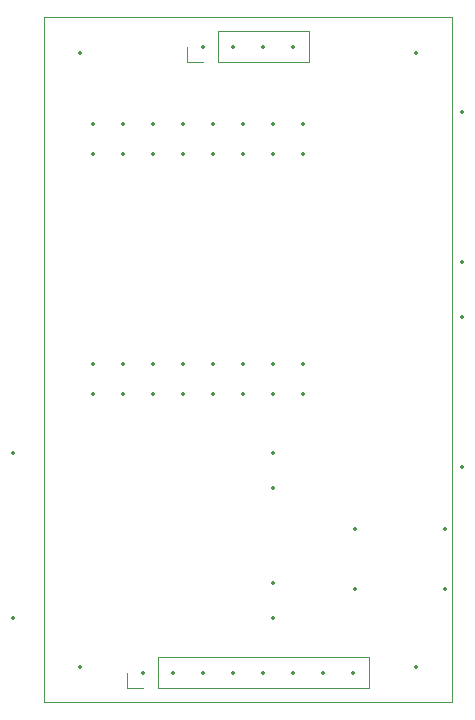
<source format=gto>
%TF.GenerationSoftware,KiCad,Pcbnew,8.99.0-3407-g6a48e2c35a*%
%TF.CreationDate,2024-12-24T09:15:54+07:00*%
%TF.ProjectId,weather-dashboard,77656174-6865-4722-9d64-617368626f61,rev?*%
%TF.SameCoordinates,Original*%
%TF.FileFunction,Legend,Top*%
%TF.FilePolarity,Positive*%
%FSLAX46Y46*%
G04 Gerber Fmt 4.6, Leading zero omitted, Abs format (unit mm)*
G04 Created by KiCad (PCBNEW 8.99.0-3407-g6a48e2c35a) date 2024-12-24 09:15:54*
%MOMM*%
%LPD*%
G01*
G04 APERTURE LIST*
%ADD10C,0.120000*%
%ADD11C,0.100000*%
%ADD12C,0.350000*%
G04 APERTURE END LIST*
D10*
%TO.C,U4*%
X162634700Y-97929500D02*
X162634700Y-96599500D01*
X163964700Y-97929500D02*
X162634700Y-97929500D01*
X165234700Y-95269500D02*
X183074700Y-95269500D01*
X165234700Y-97929500D02*
X165234700Y-95269500D01*
X165234700Y-97929500D02*
X183074700Y-97929500D01*
X167714700Y-44929500D02*
X167714700Y-43599500D01*
X169044700Y-44929500D02*
X167714700Y-44929500D01*
X170314700Y-42269500D02*
X177994700Y-42269500D01*
X170314700Y-44929500D02*
X170314700Y-42269500D01*
X170314700Y-44929500D02*
X177994700Y-44929500D01*
X177994700Y-44929500D02*
X177994700Y-42269500D01*
X183074700Y-97929500D02*
X183074700Y-95269500D01*
D11*
X155604700Y-99099500D02*
X190104700Y-99099500D01*
X190104700Y-41099500D01*
X155604700Y-41099500D01*
X155604700Y-99099500D01*
%TD*%
D12*
X158604700Y-96099500D03*
X187104700Y-96099500D03*
X158604700Y-44099500D03*
X187104700Y-44099500D03*
X163964700Y-96599500D03*
X166504700Y-96599500D03*
X169044700Y-96599500D03*
X171584700Y-96599500D03*
X174124700Y-96599500D03*
X176664700Y-96599500D03*
X179204700Y-96599500D03*
X181744700Y-96599500D03*
X169044700Y-43599500D03*
X171584700Y-43599500D03*
X174124700Y-43599500D03*
X176664700Y-43599500D03*
X175000000Y-89000000D03*
X175000000Y-81000000D03*
X175000000Y-92000000D03*
X175000000Y-78000000D03*
X153000000Y-92000000D03*
X153000000Y-78000000D03*
X191000000Y-61850000D03*
X191000000Y-49150000D03*
X191000000Y-79200000D03*
X191000000Y-66500000D03*
X177560000Y-73040000D03*
X175020000Y-73040000D03*
X172480000Y-73040000D03*
X169940000Y-73040000D03*
X167400000Y-73040000D03*
X164860000Y-73040000D03*
X162320000Y-73040000D03*
X159780000Y-73040000D03*
X177560000Y-70500000D03*
X175020000Y-70500000D03*
X172480000Y-70500000D03*
X169940000Y-70500000D03*
X167400000Y-70500000D03*
X164860000Y-70500000D03*
X162320000Y-70500000D03*
X159780000Y-70500000D03*
X177560000Y-52720000D03*
X175020000Y-52720000D03*
X172480000Y-52720000D03*
X169940000Y-52720000D03*
X167400000Y-52720000D03*
X164860000Y-52720000D03*
X162320000Y-52720000D03*
X159780000Y-52720000D03*
X177560000Y-50180000D03*
X175020000Y-50180000D03*
X172480000Y-50180000D03*
X169940000Y-50180000D03*
X167400000Y-50180000D03*
X164860000Y-50180000D03*
X162320000Y-50180000D03*
X159780000Y-50180000D03*
X189500000Y-84420000D03*
X181880000Y-84420000D03*
X189500000Y-89500000D03*
X181880000Y-89500000D03*
M02*

</source>
